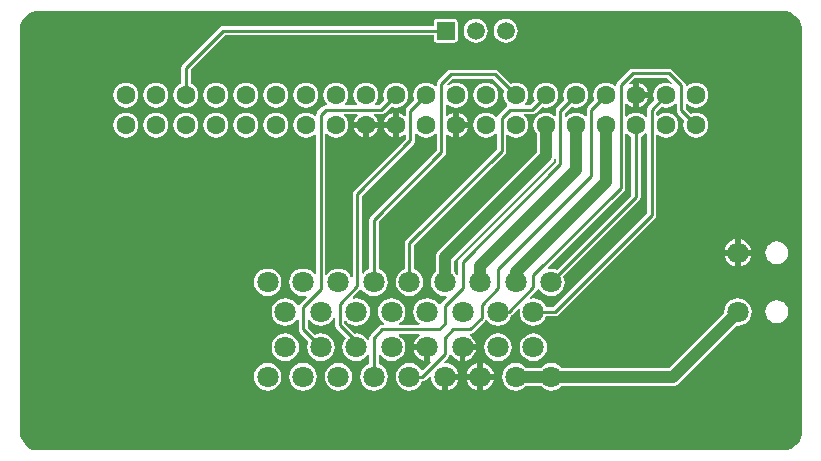
<source format=gbl>
%FSTAX23Y23*%
%MOIN*%
%SFA1B1*%

%IPPOS*%
%ADD10C,0.039370*%
%ADD11C,0.010000*%
%ADD13C,0.070866*%
%ADD14C,0.062992*%
%ADD15C,0.059055*%
%ADD16R,0.059055X0.059055*%
%LNpcb1-1*%
%LPD*%
G36*
X0257Y-00016D02*
X02582Y-00019D01*
X02592Y-00025*
X02601Y-00032*
X02602Y-00033*
X0261Y-00041*
X0261Y-00041*
X02617Y-00049*
X02621Y-0006*
X02622Y-0007*
X02622Y-0007*
Y-01389*
Y-01429*
X02622Y-01429*
X02621Y-01439*
X02617Y-0145*
X0261Y-01458*
X0261Y-01458*
X02609Y-01459*
X02598Y-01468*
X02585Y-01475*
X02571Y-01479*
X02557Y-0148*
X02556Y-0148*
X0007*
X0007Y-0148*
X0006Y-01479*
X00049Y-01475*
X00041Y-01468*
X00041Y-01468*
X00033Y-0146*
X00032Y-0146*
X00025Y-01451*
X00019Y-0144*
X00016Y-01429*
X00015Y-01417*
X00015Y-01417*
Y-00078*
X00015Y-00078*
X00016Y-00066*
X00019Y-00055*
X00025Y-00044*
X00032Y-00035*
X00033Y-00035*
X00035Y-00033*
X00035Y-00032*
X00044Y-00025*
X00055Y-00019*
X00066Y-00016*
X00078Y-00015*
X00078Y-00015*
X02559*
X02559Y-00015*
X0257Y-00016*
G37*
%LNpcb1-2*%
%LPC*%
G36*
X00842Y-00875D02*
X0083Y-00876D01*
X00819Y-00881*
X0081Y-00888*
X00802Y-00898*
X00798Y-00909*
X00796Y-00921*
X00798Y-00933*
X00802Y-00944*
X0081Y-00953*
X00819Y-0096*
X0083Y-00965*
X00842Y-00967*
X00854Y-00965*
X00865Y-0096*
X00874Y-00953*
X00882Y-00944*
X00886Y-00933*
X00888Y-00921*
X00886Y-00909*
X00882Y-00898*
X00874Y-00888*
X00865Y-00881*
X00854Y-00876*
X00842Y-00875*
G37*
G36*
X02399Y-00832D02*
X02364D01*
X02365Y-00834*
X02369Y-00845*
X02377Y-00855*
X02386Y-00862*
X02397Y-00867*
X02399Y-00867*
Y-00832*
G37*
G36*
X0254Y-00981D02*
X02539Y-00981D01*
X02538Y-00981*
X0253Y-00982*
X02529Y-00983*
X02528Y-00983*
X02521Y-00986*
X0252Y-00986*
X02519Y-00987*
X02513Y-00991*
X02512Y-00992*
X02511Y-00993*
X02507Y-00999*
X02506Y-01*
X02505Y-01001*
X02503Y-01008*
X02502Y-01009*
X02502Y-01011*
X02501Y-01018*
X02501Y-01019*
X02501Y-01019*
X02501Y-0102*
X02501Y-01021*
X02502Y-01028*
X02502Y-01029*
X02503Y-0103*
X02505Y-01037*
X02506Y-01038*
X02507Y-01039*
X02511Y-01045*
X02512Y-01046*
X02513Y-01047*
X02519Y-01051*
X0252Y-01052*
X02521Y-01053*
X02528Y-01055*
X02529Y-01056*
X0253Y-01056*
X02538Y-01057*
X02539Y-01057*
X0254Y-01057*
X02547Y-01056*
X02549Y-01056*
X0255Y-01055*
X02557Y-01053*
X02558Y-01052*
X02559Y-01051*
X02565Y-01047*
X02566Y-01046*
X02567Y-01045*
X02571Y-01039*
X02572Y-01038*
X02572Y-01037*
X02575Y-0103*
X02575Y-01029*
X02576Y-01028*
X02577Y-01021*
X02577Y-0102*
X02577Y-01019*
X02577Y-01019*
X02577Y-01018*
X02576Y-01011*
X02575Y-01009*
X02575Y-01008*
X02572Y-01001*
X02572Y-01*
X02571Y-00999*
X02567Y-00993*
X02566Y-00992*
X02565Y-00991*
X02559Y-00987*
X02558Y-00986*
X02557Y-00986*
X0255Y-00983*
X02549Y-00983*
X02547Y-00982*
X0254Y-00981*
G37*
G36*
X01536Y-01147D02*
X01501D01*
Y-01182*
X01503Y-01182*
X01515Y-01177*
X01524Y-0117*
X01531Y-0116*
X01536Y-01149*
X01536Y-01147*
G37*
G36*
X02409Y-00973D02*
X02397Y-00975D01*
X02386Y-0098*
X02377Y-00987*
X02369Y-00996*
X02365Y-01007*
X02363Y-01019*
X02364Y-01022*
X0218Y-01206*
X01821*
X01819Y-01203*
X0181Y-01196*
X01799Y-01191*
X01787Y-0119*
X01775Y-01191*
X01764Y-01196*
X01755Y-01203*
X01753Y-01206*
X01703*
X01701Y-01203*
X01692Y-01196*
X01681Y-01191*
X01669Y-0119*
X01657Y-01191*
X01646Y-01196*
X01636Y-01203*
X01629Y-01213*
X01625Y-01224*
X01623Y-01236*
X01625Y-01248*
X01629Y-01259*
X01636Y-01268*
X01646Y-01275*
X01657Y-0128*
X01669Y-01282*
X01681Y-0128*
X01692Y-01275*
X01701Y-01268*
X01703Y-01266*
X01753*
X01755Y-01268*
X01764Y-01275*
X01775Y-0128*
X01787Y-01282*
X01799Y-0128*
X0181Y-01275*
X01819Y-01268*
X01821Y-01266*
X02192*
X022Y-01265*
X02207Y-01262*
X02214Y-01257*
X02406Y-01065*
X02409Y-01065*
X02421Y-01063*
X02432Y-01059*
X02441Y-01052*
X02449Y-01042*
X02453Y-01031*
X02455Y-01019*
X02453Y-01007*
X02449Y-00996*
X02441Y-00987*
X02432Y-0098*
X02421Y-00975*
X02409Y-00973*
G37*
G36*
X02453Y-00832D02*
X02419D01*
Y-00867*
X02421Y-00867*
X02432Y-00862*
X02441Y-00855*
X02449Y-00845*
X02453Y-00834*
X02453Y-00832*
G37*
G36*
X0037Y-00356D02*
X00359Y-00357D01*
X00349Y-00361*
X0034Y-00368*
X00333Y-00377*
X00329Y-00387*
X00328Y-00397*
X00329Y-00408*
X00333Y-00418*
X0034Y-00427*
X00349Y-00434*
X00359Y-00438*
X0037Y-00439*
X0038Y-00438*
X00391Y-00434*
X00399Y-00427*
X00406Y-00418*
X0041Y-00408*
X00411Y-00397*
X0041Y-00387*
X00406Y-00377*
X00399Y-00368*
X00391Y-00361*
X0038Y-00357*
X0037Y-00356*
G37*
G36*
X0047D02*
X00459Y-00357D01*
X00449Y-00361*
X0044Y-00368*
X00433Y-00377*
X00429Y-00387*
X00428Y-00397*
X00429Y-00408*
X00433Y-00418*
X0044Y-00427*
X00449Y-00434*
X00459Y-00438*
X0047Y-00439*
X0048Y-00438*
X00491Y-00434*
X00499Y-00427*
X00506Y-00418*
X0051Y-00408*
X00511Y-00397*
X0051Y-00387*
X00506Y-00377*
X00499Y-00368*
X00491Y-00361*
X0048Y-00357*
X0047Y-00356*
G37*
G36*
X0254Y-00784D02*
X02539Y-00785D01*
X02538Y-00784*
X0253Y-00785*
X02529Y-00786*
X02528Y-00786*
X02521Y-00789*
X0252Y-0079*
X02519Y-0079*
X02513Y-00795*
X02512Y-00796*
X02511Y-00796*
X02507Y-00802*
X02506Y-00803*
X02505Y-00805*
X02503Y-00811*
X02502Y-00813*
X02502Y-00814*
X02501Y-00821*
X02501Y-00822*
X02501Y-00822*
X02501Y-00823*
X02501Y-00824*
X02502Y-00831*
X02502Y-00832*
X02503Y-00833*
X02505Y-0084*
X02506Y-00841*
X02507Y-00842*
X02511Y-00848*
X02512Y-00849*
X02513Y-0085*
X02519Y-00854*
X0252Y-00855*
X02521Y-00856*
X02528Y-00859*
X02529Y-00859*
X0253Y-00859*
X02538Y-0086*
X02539Y-0086*
X0254Y-0086*
X02547Y-00859*
X02549Y-00859*
X0255Y-00859*
X02557Y-00856*
X02558Y-00855*
X02559Y-00854*
X02565Y-0085*
X02566Y-00849*
X02567Y-00848*
X02571Y-00842*
X02572Y-00841*
X02572Y-0084*
X02575Y-00833*
X02575Y-00832*
X02576Y-00831*
X02577Y-00824*
X02577Y-00823*
X02577Y-00822*
X02577Y-00822*
X02577Y-00821*
X02576Y-00814*
X02575Y-00813*
X02575Y-00811*
X02572Y-00805*
X02572Y-00803*
X02571Y-00802*
X02567Y-00796*
X02566Y-00796*
X02565Y-00795*
X02559Y-0079*
X02558Y-0079*
X02557Y-00789*
X0255Y-00786*
X02549Y-00786*
X02547Y-00785*
X0254Y-00784*
G37*
G36*
X02399Y-00778D02*
X02397Y-00778D01*
X02386Y-00783*
X02377Y-0079*
X02369Y-00799*
X02365Y-0081*
X02364Y-00812*
X02399*
Y-00778*
G37*
G36*
X02419D02*
Y-00812D01*
X02453*
X02453Y-0081*
X02449Y-00799*
X02441Y-0079*
X02432Y-00783*
X02421Y-00778*
X02419Y-00778*
G37*
G36*
X01364Y-01147D02*
X01329D01*
X01329Y-01149*
X01334Y-0116*
X01341Y-0117*
X01351Y-01177*
X01362Y-01182*
X01364Y-01182*
Y-01147*
G37*
G36*
X01477Y-01246D02*
X01442D01*
Y-0128*
X01444Y-0128*
X01455Y-01275*
X01465Y-01268*
X01472Y-01259*
X01477Y-01248*
X01477Y-01246*
G37*
G36*
X01541D02*
X01506D01*
X01506Y-01248*
X01511Y-01259*
X01518Y-01268*
X01528Y-01275*
X01539Y-0128*
X01541Y-0128*
Y-01246*
G37*
G36*
X01078Y-0119D02*
X01066Y-01191D01*
X01055Y-01196*
X01046Y-01203*
X01039Y-01213*
X01034Y-01224*
X01032Y-01236*
X01034Y-01248*
X01039Y-01259*
X01046Y-01268*
X01055Y-01275*
X01066Y-0128*
X01078Y-01282*
X0109Y-0128*
X01101Y-01275*
X01111Y-01268*
X01118Y-01259*
X01123Y-01248*
X01124Y-01236*
X01123Y-01224*
X01118Y-01213*
X01111Y-01203*
X01101Y-01196*
X0109Y-01191*
X01078Y-0119*
G37*
G36*
X00842D02*
X0083Y-01191D01*
X00819Y-01196*
X0081Y-01203*
X00802Y-01213*
X00798Y-01224*
X00796Y-01236*
X00798Y-01248*
X00802Y-01259*
X0081Y-01268*
X00819Y-01275*
X0083Y-0128*
X00842Y-01282*
X00854Y-0128*
X00865Y-01275*
X00874Y-01268*
X00882Y-01259*
X00886Y-01248*
X00888Y-01236*
X00886Y-01224*
X00882Y-01213*
X00874Y-01203*
X00865Y-01196*
X00854Y-01191*
X00842Y-0119*
G37*
G36*
X0096D02*
X00948Y-01191D01*
X00937Y-01196*
X00928Y-01203*
X0092Y-01213*
X00916Y-01224*
X00914Y-01236*
X00916Y-01248*
X0092Y-01259*
X00928Y-01268*
X00937Y-01275*
X00948Y-0128*
X0096Y-01282*
X00972Y-0128*
X00983Y-01275*
X00993Y-01268*
X01Y-01259*
X01004Y-01248*
X01006Y-01236*
X01004Y-01224*
X01Y-01213*
X00993Y-01203*
X00983Y-01196*
X00972Y-01191*
X0096Y-0119*
G37*
G36*
X01595Y-01246D02*
X01561D01*
Y-0128*
X01563Y-0128*
X01574Y-01275*
X01583Y-01268*
X0159Y-01259*
X01595Y-01248*
X01595Y-01246*
G37*
G36*
X0161Y-01091D02*
X01598Y-01093D01*
X01587Y-01098*
X01577Y-01105*
X0157Y-01114*
X01565Y-01125*
X01564Y-01137*
X01565Y-01149*
X0157Y-0116*
X01577Y-0117*
X01587Y-01177*
X01598Y-01182*
X0161Y-01183*
X01622Y-01182*
X01633Y-01177*
X01642Y-0117*
X01649Y-0116*
X01654Y-01149*
X01656Y-01137*
X01654Y-01125*
X01649Y-01114*
X01642Y-01105*
X01633Y-01098*
X01622Y-01093*
X0161Y-01091*
G37*
G36*
X01728D02*
X01716Y-01093D01*
X01705Y-01098*
X01695Y-01105*
X01688Y-01114*
X01684Y-01125*
X01682Y-01137*
X01684Y-01149*
X01688Y-0116*
X01695Y-0117*
X01705Y-01177*
X01716Y-01182*
X01728Y-01183*
X0174Y-01182*
X01751Y-01177*
X0176Y-0117*
X01768Y-0116*
X01772Y-01149*
X01774Y-01137*
X01772Y-01125*
X01768Y-01114*
X0176Y-01105*
X01751Y-01098*
X0174Y-01093*
X01728Y-01091*
G37*
G36*
X00901D02*
X00889Y-01093D01*
X00878Y-01098*
X00869Y-01105*
X00861Y-01114*
X00857Y-01125*
X00855Y-01137*
X00857Y-01149*
X00861Y-0116*
X00869Y-0117*
X00878Y-01177*
X00889Y-01182*
X00901Y-01183*
X00913Y-01182*
X00924Y-01177*
X00933Y-0117*
X00941Y-0116*
X00945Y-01149*
X00947Y-01137*
X00945Y-01125*
X00941Y-01114*
X00933Y-01105*
X00924Y-01098*
X00913Y-01093*
X00901Y-01091*
G37*
G36*
X01541Y-01191D02*
X01539Y-01191D01*
X01528Y-01196*
X01518Y-01203*
X01511Y-01213*
X01506Y-01224*
X01506Y-01226*
X01541*
Y-01191*
G37*
G36*
X01561D02*
Y-01226D01*
X01595*
X01595Y-01224*
X0159Y-01213*
X01583Y-01203*
X01574Y-01196*
X01563Y-01191*
X01561Y-01191*
G37*
G36*
X0057Y-00356D02*
X00559Y-00357D01*
X00549Y-00361*
X0054Y-00368*
X00533Y-00377*
X00529Y-00387*
X00528Y-00397*
X00529Y-00408*
X00533Y-00418*
X0054Y-00427*
X00549Y-00434*
X00559Y-00438*
X0057Y-00439*
X0058Y-00438*
X00591Y-00434*
X00599Y-00427*
X00606Y-00418*
X0061Y-00408*
X00611Y-00397*
X0061Y-00387*
X00606Y-00377*
X00599Y-00368*
X00591Y-00361*
X0058Y-00357*
X0057Y-00356*
G37*
G36*
X0067Y-00256D02*
X00659Y-00257D01*
X00649Y-00261*
X0064Y-00268*
X00633Y-00277*
X00629Y-00287*
X00628Y-00297*
X00629Y-00308*
X00633Y-00318*
X0064Y-00327*
X00649Y-00334*
X00659Y-00338*
X0067Y-00339*
X0068Y-00338*
X00691Y-00334*
X00699Y-00327*
X00706Y-00318*
X0071Y-00308*
X00711Y-00297*
X0071Y-00287*
X00706Y-00277*
X00699Y-00268*
X00691Y-00261*
X0068Y-00257*
X0067Y-00256*
G37*
G36*
X0077D02*
X00759Y-00257D01*
X00749Y-00261*
X0074Y-00268*
X00733Y-00277*
X00729Y-00287*
X00728Y-00297*
X00729Y-00308*
X00733Y-00318*
X0074Y-00327*
X00749Y-00334*
X00759Y-00338*
X0077Y-00339*
X0078Y-00338*
X00791Y-00334*
X00799Y-00327*
X00806Y-00318*
X0081Y-00308*
X00811Y-00297*
X0081Y-00287*
X00806Y-00277*
X00799Y-00268*
X00791Y-00261*
X0078Y-00257*
X0077Y-00256*
G37*
G36*
X0087D02*
X00859Y-00257D01*
X00849Y-00261*
X0084Y-00268*
X00833Y-00277*
X00829Y-00287*
X00828Y-00297*
X00829Y-00308*
X00833Y-00318*
X0084Y-00327*
X00849Y-00334*
X00859Y-00338*
X0087Y-00339*
X0088Y-00338*
X00891Y-00334*
X00899Y-00327*
X00906Y-00318*
X0091Y-00308*
X00911Y-00297*
X0091Y-00287*
X00906Y-00277*
X00899Y-00268*
X00891Y-00261*
X0088Y-00257*
X0087Y-00256*
G37*
G36*
X01479Y-00357D02*
Y-00388D01*
X0151*
X0151Y-00387*
X01506Y-00377*
X01499Y-00368*
X01491Y-00361*
X0148Y-00357*
X01479Y-00357*
G37*
G36*
X0037Y-00256D02*
X00359Y-00257D01*
X00349Y-00261*
X0034Y-00268*
X00333Y-00277*
X00329Y-00287*
X00328Y-00297*
X00329Y-00308*
X00333Y-00318*
X0034Y-00327*
X00349Y-00334*
X00359Y-00338*
X0037Y-00339*
X0038Y-00338*
X00391Y-00334*
X00399Y-00327*
X00406Y-00318*
X0041Y-00308*
X00411Y-00297*
X0041Y-00287*
X00406Y-00277*
X00399Y-00268*
X00391Y-00261*
X0038Y-00257*
X0037Y-00256*
G37*
G36*
X0047D02*
X00459Y-00257D01*
X00449Y-00261*
X0044Y-00268*
X00433Y-00277*
X00429Y-00287*
X00428Y-00297*
X00429Y-00308*
X00433Y-00318*
X0044Y-00327*
X00449Y-00334*
X00459Y-00338*
X0047Y-00339*
X0048Y-00338*
X00491Y-00334*
X00499Y-00327*
X00506Y-00318*
X0051Y-00308*
X00511Y-00297*
X0051Y-00287*
X00506Y-00277*
X00499Y-00268*
X00491Y-00261*
X0048Y-00257*
X0047Y-00256*
G37*
G36*
X01535Y-00042D02*
X01525Y-00044D01*
X01515Y-00048*
X01507Y-00054*
X015Y-00062*
X01496Y-00072*
X01495Y-00082*
X01496Y-00092*
X015Y-00102*
X01507Y-0011*
X01515Y-00117*
X01525Y-00121*
X01535Y-00122*
X01545Y-00121*
X01555Y-00117*
X01563Y-0011*
X01569Y-00102*
X01573Y-00092*
X01575Y-00082*
X01573Y-00072*
X01569Y-00062*
X01563Y-00054*
X01555Y-00048*
X01545Y-00044*
X01535Y-00042*
G37*
G36*
X01635D02*
X01625Y-00044D01*
X01615Y-00048*
X01607Y-00054*
X016Y-00062*
X01596Y-00072*
X01595Y-00082*
X01596Y-00092*
X016Y-00102*
X01607Y-0011*
X01615Y-00117*
X01625Y-00121*
X01635Y-00122*
X01645Y-00121*
X01655Y-00117*
X01663Y-0011*
X01669Y-00102*
X01673Y-00092*
X01675Y-00082*
X01673Y-00072*
X01669Y-00062*
X01663Y-00054*
X01655Y-00048*
X01645Y-00044*
X01635Y-00042*
G37*
G36*
X01464Y-00042D02*
X01405D01*
X01402Y-00043*
X01398Y-00045*
X01396Y-00049*
X01395Y-00053*
Y-00067*
X00692*
X00687Y-00068*
X00682Y-00071*
X00559Y-00194*
X00555Y-00199*
X00554Y-00205*
Y-00259*
X00549Y-00261*
X0054Y-00268*
X00533Y-00277*
X00529Y-00287*
X00528Y-00297*
X00529Y-00308*
X00533Y-00318*
X0054Y-00327*
X00549Y-00334*
X00559Y-00338*
X0057Y-00339*
X0058Y-00338*
X00591Y-00334*
X00599Y-00327*
X00606Y-00318*
X0061Y-00308*
X00611Y-00297*
X0061Y-00287*
X00606Y-00277*
X00599Y-00268*
X00591Y-00261*
X00585Y-00259*
Y-00211*
X00699Y-00097*
X01395*
Y-00112*
X01396Y-00116*
X01398Y-00119*
X01402Y-00121*
X01405Y-00122*
X01464*
X01468Y-00121*
X01472Y-00119*
X01474Y-00116*
X01475Y-00112*
Y-00053*
X01474Y-00049*
X01472Y-00045*
X01468Y-00043*
X01464Y-00042*
G37*
G36*
X0097Y-00256D02*
X00959Y-00257D01*
X00949Y-00261*
X0094Y-00268*
X00933Y-00277*
X00929Y-00287*
X00928Y-00297*
X00929Y-00308*
X00933Y-00318*
X0094Y-00327*
X00949Y-00334*
X00959Y-00338*
X0097Y-00339*
X0098Y-00338*
X00991Y-00334*
X00999Y-00327*
X01006Y-00318*
X0101Y-00308*
X01011Y-00297*
X0101Y-00287*
X01006Y-00277*
X00999Y-00268*
X00991Y-00261*
X0098Y-00257*
X0097Y-00256*
G37*
G36*
X0157D02*
X01559Y-00257D01*
X01549Y-00261*
X0154Y-00268*
X01533Y-00277*
X01529Y-00287*
X01528Y-00297*
X01529Y-00308*
X01533Y-00318*
X0154Y-00327*
X01549Y-00334*
X01559Y-00338*
X0157Y-00339*
X0158Y-00338*
X01591Y-00334*
X01599Y-00327*
X01606Y-00318*
X0161Y-00308*
X01611Y-00297*
X0161Y-00287*
X01606Y-00277*
X01599Y-00268*
X01591Y-00261*
X0158Y-00257*
X0157Y-00256*
G37*
G36*
X02181Y-00209D02*
X02059D01*
X02053Y-0021*
X02048Y-00213*
X02008Y-00252*
X02005Y-00257*
X02004Y-00263*
Y-00266*
X02001Y-00267*
X01999Y-00268*
X01991Y-00261*
X0198Y-00257*
X0197Y-00256*
X01959Y-00257*
X01949Y-00261*
X0194Y-00268*
X01933Y-00277*
X01929Y-00287*
X01928Y-00297*
X01929Y-00308*
X01931Y-00314*
X0191Y-00335*
X01907Y-0034*
X01905Y-00346*
Y-00368*
X01901Y-0037*
X01899Y-00368*
X01891Y-00361*
X0188Y-00357*
X0187Y-00356*
X01859Y-00357*
X01849Y-00361*
X0184Y-00368*
X01838Y-0037*
X01834Y-00368*
Y-00355*
X01853Y-00336*
X01859Y-00338*
X0187Y-00339*
X0188Y-00338*
X01891Y-00334*
X01899Y-00327*
X01906Y-00318*
X0191Y-00308*
X01911Y-00297*
X0191Y-00287*
X01906Y-00277*
X01899Y-00268*
X01891Y-00261*
X0188Y-00257*
X0187Y-00256*
X01859Y-00257*
X01849Y-00261*
X0184Y-00268*
X01833Y-00277*
X01829Y-00287*
X01828Y-00297*
X01829Y-00308*
X01831Y-00314*
X01808Y-00338*
X01804Y-00343*
X01803Y-00349*
Y-00365*
X01798Y-00367*
X01791Y-00361*
X0178Y-00357*
X0177Y-00356*
X01759Y-00357*
X01749Y-00361*
X0174Y-00368*
X01733Y-00377*
X01729Y-00387*
X01728Y-00397*
X01729Y-00408*
X01733Y-00418*
X0174Y-00427*
Y-00489*
X01411Y-00817*
X01407Y-00823*
X01404Y-0083*
X01403Y-00838*
Y-00886*
X014Y-00888*
X01393Y-00898*
X01388Y-00909*
X01387Y-00921*
X01388Y-00933*
X01393Y-00944*
X014Y-00953*
X0141Y-0096*
X01421Y-00965*
X01433Y-00967*
X01437Y-00966*
X0144Y-00971*
X01422Y-00989*
X01418Y-00994*
X01418Y-00995*
X01415Y-00996*
X01413Y-00996*
X01406Y-00987*
X01396Y-0098*
X01385Y-00975*
X01374Y-00973*
X01362Y-00975*
X01351Y-0098*
X01341Y-00987*
X01334Y-00996*
X01329Y-01007*
X01328Y-01019*
X01329Y-01031*
X01334Y-01042*
X01341Y-01052*
X01349Y-01058*
X01348Y-01063*
X01281*
X0128Y-01058*
X01288Y-01052*
X01295Y-01042*
X013Y-01031*
X01301Y-01019*
X013Y-01007*
X01295Y-00996*
X01288Y-00987*
X01278Y-0098*
X01267Y-00975*
X01255Y-00973*
X01244Y-00975*
X01232Y-0098*
X01223Y-00987*
X01216Y-00996*
X01211Y-01007*
X0121Y-01019*
X01211Y-01031*
X01216Y-01042*
X01223Y-01052*
X01231Y-01058*
X0123Y-01063*
X01224*
X01218Y-01064*
X01213Y-01067*
X01186Y-01095*
X01182Y-011*
X01181Y-01106*
Y-01112*
X01176Y-01113*
X0117Y-01105*
X0116Y-01098*
X01149Y-01093*
X01137Y-01091*
X01133Y-01092*
X01097Y-01056*
Y-0105*
X01102Y-01048*
X01105Y-01052*
X01114Y-01059*
X01125Y-01063*
X01137Y-01065*
X01149Y-01063*
X0116Y-01059*
X0117Y-01052*
X01177Y-01042*
X01182Y-01031*
X01183Y-01019*
X01182Y-01007*
X01177Y-00996*
X0117Y-00987*
X0116Y-0098*
X01149Y-00975*
X01137Y-00973*
X01128Y-00975*
X01126Y-0097*
X01151Y-00944*
X01154Y-00944*
X01157Y-00945*
X01164Y-00953*
X01173Y-0096*
X01184Y-00965*
X01196Y-00967*
X01208Y-00965*
X01219Y-0096*
X01229Y-00953*
X01236Y-00944*
X01241Y-00933*
X01242Y-00921*
X01241Y-00909*
X01236Y-00898*
X01229Y-00888*
X01219Y-00881*
X01212Y-00878*
Y-00718*
X01432Y-00499*
X01435Y-00494*
X01436Y-00488*
Y-00429*
X01441Y-00428*
X01449Y-00434*
X01459Y-00438*
X0146Y-00438*
Y-00397*
Y-00357*
X01459Y-00357*
X01449Y-00361*
X01441Y-00367*
X01436Y-00365*
Y-00329*
X01441Y-00328*
X01449Y-00334*
X01459Y-00338*
X0147Y-00339*
X0148Y-00338*
X01491Y-00334*
X01499Y-00327*
X01506Y-00318*
X0151Y-00308*
X01511Y-00297*
X0151Y-00287*
X01506Y-00277*
X01499Y-00268*
X01491Y-00261*
X0148Y-00257*
X0147Y-00256*
X01459Y-00257*
X01449Y-00261*
X01444Y-00265*
X01441Y-00261*
X01459Y-00243*
X01594*
X01631Y-00281*
X01629Y-00287*
X01628Y-00297*
X01629Y-00308*
X01633Y-00318*
X0164Y-00327*
X01641Y-00328*
X0164Y-00334*
X01638Y-00335*
X01611Y-00363*
X01607Y-00368*
X01607Y-0037*
X01602Y-00371*
X01599Y-00368*
X01591Y-00361*
X0158Y-00357*
X0157Y-00356*
X01559Y-00357*
X01549Y-00361*
X0154Y-00368*
X01533Y-00377*
X01529Y-00387*
X01528Y-00397*
X01529Y-00408*
X01533Y-00418*
X0154Y-00427*
X01549Y-00434*
X01559Y-00438*
X0157Y-00439*
X0158Y-00438*
X01591Y-00434*
X01599Y-00427*
X01601Y-00424*
X01606Y-00426*
Y-00477*
X01304Y-0078*
X013Y-00785*
X01299Y-00791*
Y-00878*
X01292Y-00881*
X01282Y-00888*
X01275Y-00898*
X0127Y-00909*
X01269Y-00921*
X0127Y-00933*
X01275Y-00944*
X01282Y-00953*
X01292Y-0096*
X01303Y-00965*
X01314Y-00967*
X01326Y-00965*
X01337Y-0096*
X01347Y-00953*
X01354Y-00944*
X01359Y-00933*
X0136Y-00921*
X01359Y-00909*
X01354Y-00898*
X01347Y-00888*
X01337Y-00881*
X0133Y-00878*
Y-00797*
X01632Y-00495*
X01636Y-0049*
X01637Y-00484*
Y-00431*
X01642Y-00428*
X01649Y-00434*
X01659Y-00438*
X0167Y-00439*
X0168Y-00438*
X01691Y-00434*
X01699Y-00427*
X01706Y-00418*
X0171Y-00408*
X01711Y-00397*
X0171Y-00387*
X01706Y-00377*
X01699Y-00368*
X01697Y-00366*
X01698Y-00361*
X01724*
X0173Y-0036*
X01735Y-00357*
X01755Y-00336*
X01759Y-00338*
X0177Y-00339*
X0178Y-00338*
X01791Y-00334*
X01799Y-00327*
X01806Y-00318*
X0181Y-00308*
X01811Y-00297*
X0181Y-00287*
X01806Y-00277*
X01799Y-00268*
X01791Y-00261*
X0178Y-00257*
X0177Y-00256*
X01759Y-00257*
X01749Y-00261*
X0174Y-00268*
X01733Y-00277*
X01729Y-00287*
X01728Y-00297*
X01729Y-00308*
X01732Y-00316*
X01718Y-00331*
X01702*
X017Y-00326*
X01706Y-00318*
X0171Y-00308*
X01711Y-00297*
X0171Y-00287*
X01706Y-00277*
X01699Y-00268*
X01691Y-00261*
X0168Y-00257*
X0167Y-00256*
X01659Y-00257*
X01653Y-00259*
X01611Y-00217*
X01606Y-00214*
X016Y-00213*
X01452*
X01446Y-00214*
X01441Y-00217*
X0141Y-00249*
X01407Y-00253*
X01405Y-00259*
Y-00268*
X01401Y-0027*
X01399Y-00268*
X01391Y-00261*
X0138Y-00257*
X0137Y-00256*
X01359Y-00257*
X01349Y-00261*
X0134Y-00268*
X01333Y-00277*
X01329Y-00287*
X01328Y-00297*
X01329Y-00308*
X01331Y-00314*
X01308Y-00338*
X01304Y-00343*
X01303Y-00349*
Y-00365*
X01298Y-00367*
X01291Y-00361*
X0128Y-00357*
X01279Y-00357*
Y-00397*
Y-00438*
X0128Y-00438*
X01291Y-00434*
X01298Y-00428*
X01303Y-00429*
Y-00442*
X0113Y-00615*
X01127Y-0062*
X01126Y-00625*
Y-00904*
X01121Y-00905*
X01118Y-00898*
X01111Y-00888*
X01101Y-00881*
X0109Y-00876*
X01078Y-00875*
X01066Y-00876*
X01055Y-00881*
X01046Y-00888*
X01039Y-00897*
X01034Y-00895*
Y-00428*
X01039Y-00426*
X0104Y-00427*
X01049Y-00434*
X01059Y-00438*
X0107Y-00439*
X0108Y-00438*
X01091Y-00434*
X01099Y-00427*
X01106Y-00418*
X0111Y-00408*
X01111Y-00397*
X0111Y-00387*
X01106Y-00377*
X01099Y-00368*
X01097Y-00366*
X01098Y-00361*
X01141*
X01142Y-00366*
X0114Y-00368*
X01133Y-00377*
X01129Y-00387*
X01129Y-00388*
X0121*
X0121Y-00387*
X01206Y-00377*
X01199Y-00368*
X01197Y-00366*
X01198Y-00361*
X01221*
X01227Y-0036*
X01232Y-00357*
X01253Y-00336*
X01259Y-00338*
X0127Y-00339*
X0128Y-00338*
X01291Y-00334*
X01299Y-00327*
X01306Y-00318*
X0131Y-00308*
X01311Y-00297*
X0131Y-00287*
X01306Y-00277*
X01299Y-00268*
X01291Y-00261*
X0128Y-00257*
X0127Y-00256*
X01259Y-00257*
X01249Y-00261*
X0124Y-00268*
X01233Y-00277*
X01229Y-00287*
X01228Y-00297*
X01229Y-00308*
X01231Y-00314*
X01215Y-00331*
X01202*
X012Y-00326*
X01206Y-00318*
X0121Y-00308*
X01211Y-00297*
X0121Y-00287*
X01206Y-00277*
X01199Y-00268*
X01191Y-00261*
X0118Y-00257*
X0117Y-00256*
X01159Y-00257*
X01149Y-00261*
X0114Y-00268*
X01133Y-00277*
X01129Y-00287*
X01128Y-00297*
X01129Y-00308*
X01133Y-00318*
X01139Y-00326*
X01137Y-00331*
X01102*
X011Y-00326*
X01106Y-00318*
X0111Y-00308*
X01111Y-00297*
X0111Y-00287*
X01106Y-00277*
X01099Y-00268*
X01091Y-00261*
X0108Y-00257*
X0107Y-00256*
X01059Y-00257*
X01049Y-00261*
X0104Y-00268*
X01033Y-00277*
X01029Y-00287*
X01028Y-00297*
X01029Y-00308*
X01033Y-00318*
X01039Y-00326*
X01037Y-00331*
X01035*
X01029Y-00332*
X01024Y-00335*
X01008Y-00351*
X01005Y-00356*
X01004Y-00362*
Y-00366*
X01001Y-00367*
X00999Y-00368*
X00991Y-00361*
X0098Y-00357*
X0097Y-00356*
X00959Y-00357*
X00949Y-00361*
X0094Y-00368*
X00933Y-00377*
X00929Y-00387*
X00928Y-00397*
X00929Y-00408*
X00933Y-00418*
X0094Y-00427*
X00949Y-00434*
X00959Y-00438*
X0097Y-00439*
X0098Y-00438*
X00991Y-00434*
X00999Y-00427*
X01001Y-00428*
X01004Y-00429*
Y-00895*
X00999Y-00897*
X00993Y-00888*
X00983Y-00881*
X00972Y-00876*
X0096Y-00875*
X00948Y-00876*
X00937Y-00881*
X00928Y-00888*
X0092Y-00898*
X00916Y-00909*
X00914Y-00921*
X00916Y-00933*
X0092Y-00944*
X00928Y-00953*
X00937Y-0096*
X00948Y-00965*
X0096Y-00967*
X0097Y-00965*
X00972Y-0097*
X00949Y-00993*
X00946Y-00997*
X00944Y-00997*
X00941Y-00997*
X00941Y-00996*
X00933Y-00987*
X00924Y-0098*
X00913Y-00975*
X00901Y-00973*
X00889Y-00975*
X00878Y-0098*
X00869Y-00987*
X00861Y-00996*
X00857Y-01007*
X00855Y-01019*
X00857Y-01031*
X00861Y-01042*
X00869Y-01052*
X00878Y-01059*
X00889Y-01063*
X00901Y-01065*
X00913Y-01063*
X00924Y-01059*
X00933Y-01052*
X0094Y-01043*
X00945Y-01045*
Y-01078*
X00946Y-01084*
X00949Y-01089*
X00978Y-01118*
X00975Y-01125*
X00973Y-01137*
X00975Y-01149*
X0098Y-0116*
X00987Y-0117*
X00996Y-01177*
X01007Y-01182*
X01019Y-01183*
X01031Y-01182*
X01042Y-01177*
X01052Y-0117*
X01059Y-0116*
X01063Y-01149*
X01065Y-01137*
X01063Y-01125*
X01059Y-01114*
X01052Y-01105*
X01042Y-01098*
X01031Y-01093*
X01019Y-01091*
X01007Y-01093*
X01Y-01096*
X00975Y-01072*
Y-01045*
X0098Y-01043*
X00987Y-01052*
X00996Y-01059*
X01007Y-01063*
X01019Y-01065*
X01031Y-01063*
X01042Y-01059*
X01052Y-01052*
X01059Y-01042*
X01062Y-01035*
X01067Y-01036*
Y-01062*
X01068Y-01068*
X01071Y-01073*
X01104Y-01106*
X01098Y-01114*
X01093Y-01125*
X01091Y-01137*
X01093Y-01149*
X01098Y-0116*
X01105Y-0117*
X01114Y-01177*
X01125Y-01182*
X01137Y-01183*
X01149Y-01182*
X0116Y-01177*
X0117Y-0117*
X01176Y-01161*
X01181Y-01163*
Y-01193*
X01173Y-01196*
X01164Y-01203*
X01157Y-01213*
X01152Y-01224*
X01151Y-01236*
X01152Y-01248*
X01157Y-01259*
X01164Y-01268*
X01173Y-01275*
X01184Y-0128*
X01196Y-01282*
X01208Y-0128*
X01219Y-01275*
X01229Y-01268*
X01236Y-01259*
X01241Y-01248*
X01242Y-01236*
X01241Y-01224*
X01236Y-01213*
X01229Y-01203*
X01219Y-01196*
X01212Y-01193*
Y-01163*
X01217Y-01161*
X01223Y-0117*
X01232Y-01177*
X01244Y-01182*
X01255Y-01183*
X01267Y-01182*
X01278Y-01177*
X01288Y-0117*
X01295Y-0116*
X013Y-01149*
X01301Y-01137*
X013Y-01125*
X01295Y-01114*
X01288Y-01105*
X0128Y-01099*
X01281Y-01094*
X01348*
X01349Y-01099*
X01341Y-01105*
X01334Y-01114*
X01329Y-01125*
X01329Y-01127*
X01374*
Y-01137*
X01383*
Y-01183*
X01385Y-01187*
X01359Y-01213*
X01353Y-01212*
X01347Y-01203*
X01337Y-01196*
X01326Y-01191*
X01314Y-0119*
X01303Y-01191*
X01292Y-01196*
X01282Y-01203*
X01275Y-01213*
X0127Y-01224*
X01269Y-01236*
X0127Y-01248*
X01275Y-01259*
X01282Y-01268*
X01292Y-01275*
X01303Y-0128*
X01314Y-01282*
X01326Y-0128*
X01337Y-01275*
X01347Y-01268*
X01354Y-01259*
X01357Y-01251*
X01358*
X01364Y-0125*
X01369Y-01247*
X01382Y-01233*
X01387Y-01235*
X01387Y-01236*
X01388Y-01248*
X01393Y-01259*
X014Y-01268*
X0141Y-01275*
X01421Y-0128*
X01423Y-0128*
Y-01236*
X01433*
Y-01226*
X01477*
X01477Y-01224*
X01472Y-01213*
X01465Y-01203*
X01455Y-01196*
X01444Y-01191*
X01433Y-0119*
X01432Y-0119*
X0143Y-01186*
X01443Y-01172*
X01447Y-01167*
X01448Y-01162*
X01449Y-01162*
X01452Y-01161*
X01453Y-01161*
X01459Y-0117*
X01469Y-01177*
X0148Y-01182*
X01482Y-01182*
Y-01137*
X01492*
Y-01127*
X01536*
X01536Y-01125*
X01531Y-01114*
X01524Y-01105*
X01516Y-01098*
X01516Y-01098*
X01516Y-01094*
X01517Y-01093*
X01521Y-01092*
X01526Y-01089*
X01565Y-0105*
X01567Y-01047*
X01573Y-01046*
X01573Y-01046*
X01577Y-01052*
X01587Y-01059*
X01598Y-01063*
X0161Y-01065*
X01622Y-01063*
X01633Y-01059*
X01642Y-01052*
X01649Y-01042*
X01654Y-01031*
X01656Y-0103*
X01679Y-01007*
X01683Y-0101*
X01682Y-01019*
X01684Y-01031*
X01688Y-01042*
X01695Y-01052*
X01705Y-01059*
X01716Y-01063*
X01728Y-01065*
X0174Y-01063*
X01751Y-01059*
X0176Y-01052*
X01768Y-01042*
X01771Y-01034*
X01799*
X01805Y-01033*
X0181Y-0103*
X02132Y-00707*
X02136Y-00702*
X02137Y-00696*
Y-00431*
X02142Y-00428*
X02149Y-00434*
X02159Y-00438*
X0217Y-00439*
X0218Y-00438*
X02191Y-00434*
X02199Y-00427*
X02206Y-00418*
X0221Y-00408*
X02211Y-00397*
X0221Y-00387*
X02206Y-00377*
X02199Y-00368*
X02191Y-00361*
X0218Y-00357*
X0217Y-00356*
X02159Y-00357*
X02149Y-00361*
X02142Y-00366*
X02137Y-00364*
Y-00352*
X02153Y-00336*
X02159Y-00338*
X0217Y-00339*
X0218Y-00338*
X02191Y-00334*
X02199Y-00327*
X022Y-00326*
X02205Y-00328*
Y-00348*
X02206Y-00354*
X02209Y-00359*
X02231Y-00381*
X02229Y-00387*
X02228Y-00397*
X02229Y-00408*
X02233Y-00418*
X0224Y-00427*
X02249Y-00434*
X02259Y-00438*
X0227Y-00439*
X0228Y-00438*
X02291Y-00434*
X02299Y-00427*
X02306Y-00418*
X0231Y-00408*
X02311Y-00397*
X0231Y-00387*
X02306Y-00377*
X02299Y-00368*
X02291Y-00361*
X0228Y-00357*
X0227Y-00356*
X02259Y-00357*
X02253Y-00359*
X02235Y-00342*
Y-00329*
X02238Y-00328*
X0224Y-00327*
X02249Y-00334*
X02259Y-00338*
X0227Y-00339*
X0228Y-00338*
X02291Y-00334*
X02299Y-00327*
X02306Y-00318*
X0231Y-00308*
X02311Y-00297*
X0231Y-00287*
X02306Y-00277*
X02299Y-00268*
X02291Y-00261*
X0228Y-00257*
X0227Y-00256*
X02259Y-00257*
X02249Y-00261*
X0224Y-00268*
X02238Y-00267*
X02235Y-00266*
Y-00263*
X02234Y-00257*
X02231Y-00252*
X02191Y-00213*
X02186Y-0021*
X02181Y-00209*
G37*
G36*
X0116Y-00407D02*
X01129D01*
X01129Y-00408*
X01133Y-00418*
X0114Y-00427*
X01149Y-00434*
X01159Y-00438*
X0116Y-00438*
Y-00407*
G37*
G36*
X0121D02*
X01179D01*
Y-00438*
X0118Y-00438*
X01191Y-00434*
X01199Y-00427*
X01206Y-00418*
X0121Y-00408*
X0121Y-00407*
G37*
G36*
X0126D02*
X01229D01*
X01229Y-00408*
X01233Y-00418*
X0124Y-00427*
X01249Y-00434*
X01259Y-00438*
X0126Y-00438*
Y-00407*
G37*
G36*
X0067Y-00356D02*
X00659Y-00357D01*
X00649Y-00361*
X0064Y-00368*
X00633Y-00377*
X00629Y-00387*
X00628Y-00397*
X00629Y-00408*
X00633Y-00418*
X0064Y-00427*
X00649Y-00434*
X00659Y-00438*
X0067Y-00439*
X0068Y-00438*
X00691Y-00434*
X00699Y-00427*
X00706Y-00418*
X0071Y-00408*
X00711Y-00397*
X0071Y-00387*
X00706Y-00377*
X00699Y-00368*
X00691Y-00361*
X0068Y-00357*
X0067Y-00356*
G37*
G36*
X0077D02*
X00759Y-00357D01*
X00749Y-00361*
X0074Y-00368*
X00733Y-00377*
X00729Y-00387*
X00728Y-00397*
X00729Y-00408*
X00733Y-00418*
X0074Y-00427*
X00749Y-00434*
X00759Y-00438*
X0077Y-00439*
X0078Y-00438*
X00791Y-00434*
X00799Y-00427*
X00806Y-00418*
X0081Y-00408*
X00811Y-00397*
X0081Y-00387*
X00806Y-00377*
X00799Y-00368*
X00791Y-00361*
X0078Y-00357*
X0077Y-00356*
G37*
G36*
X0087D02*
X00859Y-00357D01*
X00849Y-00361*
X0084Y-00368*
X00833Y-00377*
X00829Y-00387*
X00828Y-00397*
X00829Y-00408*
X00833Y-00418*
X0084Y-00427*
X00849Y-00434*
X00859Y-00438*
X0087Y-00439*
X0088Y-00438*
X00891Y-00434*
X00899Y-00427*
X00906Y-00418*
X0091Y-00408*
X00911Y-00397*
X0091Y-00387*
X00906Y-00377*
X00899Y-00368*
X00891Y-00361*
X0088Y-00357*
X0087Y-00356*
G37*
G36*
X0126Y-00357D02*
X01259Y-00357D01*
X01249Y-00361*
X0124Y-00368*
X01233Y-00377*
X01229Y-00387*
X01229Y-00388*
X0126*
Y-00357*
G37*
G36*
X0151Y-00407D02*
X01479D01*
Y-00438*
X0148Y-00438*
X01491Y-00434*
X01499Y-00427*
X01506Y-00418*
X0151Y-00408*
X0151Y-00407*
G37*
%LNpcb1-3*%
%LPD*%
G36*
X02191Y-00256D02*
X02188Y-0026D01*
X0218Y-00257*
X0217Y-00256*
X02159Y-00257*
X02149Y-00261*
X0214Y-00268*
X02133Y-00277*
X02129Y-00287*
X02128Y-00297*
X02129Y-00308*
X02131Y-00314*
X02111Y-00335*
X02107Y-0034*
X02106Y-00345*
Y-00369*
X02101Y-00371*
X02099Y-00368*
X02091Y-00361*
X0208Y-00357*
X0207Y-00356*
X02059Y-00357*
X02049Y-00361*
X0204Y-00368*
X02039Y-00369*
X02034Y-00367*
Y-00328*
X02039Y-00326*
X0204Y-00327*
X02049Y-00334*
X02059Y-00338*
X0206Y-00338*
Y-00297*
Y-00257*
X02059Y-00257*
X02051Y-0026*
X02048Y-00256*
X02065Y-00239*
X02174*
X02191Y-00256*
G37*
G36*
X01803Y-00511D02*
Y-00521D01*
X01481Y-00843*
X01477Y-00848*
X01476Y-00854*
Y-00895*
X01471Y-00897*
X01465Y-00888*
X01463Y-00886*
Y-0085*
X01791Y-00522*
X01796Y-00516*
X01798Y-0051*
X01803Y-00511*
G37*
G36*
X02106Y-00426D02*
Y-0069D01*
X01792Y-01004*
X01771*
X01768Y-00996*
X0176Y-00987*
X01751Y-0098*
X0174Y-00975*
X01728Y-00973*
X01718Y-00975*
X01716Y-0097*
X01739Y-00947*
X01742Y-00943*
X01744Y-00943*
X01747Y-00943*
X01747Y-00944*
X01755Y-00953*
X01764Y-0096*
X01775Y-00965*
X01787Y-00967*
X01799Y-00965*
X0181Y-0096*
X01819Y-00953*
X01827Y-00944*
X01831Y-00933*
X01833Y-00921*
X01831Y-00909*
X01828Y-00901*
X0208Y-00649*
X02084Y-00644*
X02085Y-00638*
Y-00436*
X02091Y-00434*
X02099Y-00427*
X02101Y-00424*
X02106Y-00426*
G37*
G36*
X0134Y-00427D02*
X01349Y-00434D01*
X01359Y-00438*
X0137Y-00439*
X0138Y-00438*
X01391Y-00434*
X01399Y-00427*
X01401Y-00425*
X01405Y-00427*
Y-00481*
X01186Y-00701*
X01182Y-00706*
X01181Y-00712*
Y-00878*
X01173Y-00881*
X01164Y-00888*
X01162Y-00892*
X01157Y-0089*
Y-00632*
X01329Y-00459*
X01333Y-00454*
X01334Y-00448*
Y-00427*
X01338Y-00425*
X0134Y-00427*
G37*
G36*
X0204D02*
X02049Y-00434D01*
X02054Y-00436*
Y-00632*
X01806Y-0088*
X01799Y-00876*
X01787Y-00875*
X01778Y-00876*
X01775Y-00871*
X0203Y-00617*
X02033Y-00612*
X02034Y-00606*
Y-00428*
X02039Y-00426*
X0204Y-00427*
G37*
%LNpcb1-4*%
%LPC*%
G36*
X0211Y-00307D02*
X02079D01*
Y-00338*
X0208Y-00338*
X02091Y-00334*
X02099Y-00327*
X02106Y-00318*
X0211Y-00308*
X0211Y-00307*
G37*
G36*
X02079Y-00257D02*
Y-00288D01*
X0211*
X0211Y-00287*
X02106Y-00277*
X02099Y-00268*
X02091Y-00261*
X0208Y-00257*
X02079Y-00257*
G37*
%LNpcb1-5*%
%LPD*%
G54D10*
X01433Y-00921D02*
Y-00838D01*
X0177Y-00501*
Y-00397*
X01551Y-00921D02*
Y-00866D01*
X0187Y-00547*
Y-00397*
X0197Y-00585D02*
Y-00397D01*
X01669Y-00885D02*
X0197Y-00585D01*
X01669Y-00921D02*
Y-00885D01*
Y-01236D02*
X01787D01*
X02192*
X02409Y-01019*
G54D11*
X01019Y-00362D02*
X01035Y-00346D01*
X01221D02*
X0127Y-00297D01*
X01019Y-00944D02*
Y-00362D01*
X0096Y-01078D02*
X01019Y-01137D01*
X0096Y-01078D02*
Y-01003D01*
X01019Y-00944*
X0057Y-00297D02*
Y-00205D01*
X00692Y-00082*
X01435*
X01137Y-01137D02*
Y-01118D01*
X01082Y-01062D02*
X01137Y-01118D01*
X01082Y-01062D02*
Y-00992D01*
X01141Y-00933*
X01035Y-00346D02*
X01221D01*
X01141Y-00933D02*
Y-00625D01*
X01318Y-00448*
Y-00349D02*
X0137Y-00297D01*
X01318Y-00448D02*
Y-00349D01*
X01196Y-00921D02*
Y-00712D01*
X01421Y-00488*
Y-00259*
X01452Y-00228*
X016*
X0167Y-00297*
X0177Y-003D02*
Y-00297D01*
X01314Y-00921D02*
Y-00791D01*
X01622Y-00484*
Y-00374*
X01649Y-00346*
X01724*
X0177Y-003*
X01196Y-01236D02*
Y-01106D01*
X01224Y-01078*
X01413*
X01433Y-01059*
Y-01*
X01492Y-0094*
Y-00854*
X01818Y-00527*
Y-00349*
X0187Y-00297*
X01433Y-01106D02*
X0146Y-01078D01*
X01515*
X01555Y-01039*
X0161Y-00877D02*
X01921Y-00566D01*
Y-00346*
X0197Y-00297*
X01555Y-01039D02*
Y-00996D01*
X0161Y-0094*
Y-00877*
X01314Y-01236D02*
X01358D01*
X01433Y-01161*
Y-01106*
X01787Y-00921D02*
X0207Y-00638D01*
Y-00397*
X01728Y-01019D02*
X01799D01*
X02122Y-00696*
Y-00345*
X0217Y-00297*
X0161Y-01019D02*
X01645D01*
X01728Y-00937*
Y-00897*
X02019Y-00606*
Y-00263*
X02059Y-00224*
X02181*
X0222Y-00263*
Y-00348D02*
Y-00263D01*
Y-00348D02*
X0227Y-00397D01*
G54D13*
X01787Y-01236D03*
X01669D03*
X01728Y-01137D03*
X0161D03*
X01728Y-01019D03*
X0161D03*
X01787Y-00921D03*
X01669D03*
X00842Y-01236D03*
X0096D03*
X01078D03*
X01196D03*
X01314D03*
X01433D03*
X01551D03*
X00901Y-01137D03*
X01019D03*
X01137D03*
X01255D03*
X01374D03*
X01492D03*
Y-01019D03*
X01374D03*
X01255D03*
X01137D03*
X01019D03*
X00901D03*
X01551Y-00921D03*
X01433D03*
X01314D03*
X01196D03*
X01078D03*
X0096D03*
X00842D03*
X02409Y-00822D03*
Y-01019D03*
G54D14*
X0227Y-00397D03*
X0217D03*
X0207D03*
X0197D03*
X0187D03*
X0177D03*
X0167D03*
X0157D03*
X0147D03*
X0137D03*
X0127D03*
X0117D03*
X0107D03*
X0097D03*
X0087D03*
X0077D03*
X0067D03*
X0057D03*
X0047D03*
X0037D03*
X0227Y-00297D03*
X0217D03*
X0207D03*
X0197D03*
X0187D03*
X0177D03*
X0167D03*
X0157D03*
X0147D03*
X0137D03*
X0127D03*
X0117D03*
X0107D03*
X0097D03*
X0087D03*
X0077D03*
X0067D03*
X0057D03*
X0047D03*
X0037D03*
G54D15*
X01635Y-00082D03*
X01535D03*
G54D16*
X01435Y-00082D03*
M02*
</source>
